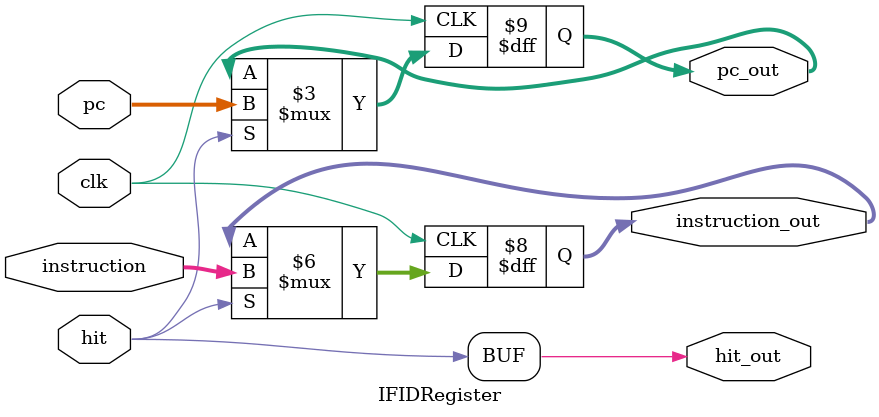
<source format=v>
`timescale 1ns / 1ps
module IFIDRegister(clk, pc, instruction, hit, instruction_out, pc_out, hit_out
    );
	 input clk;
	 input [63:0] pc;
	 input [31:0] instruction;
	 input hit;
	 
	 output reg [31:0] instruction_out;
	 output reg [63:0] pc_out;
	 output hit_out;
	 
	 always @ (negedge clk) begin 
		 if(hit) begin
			 instruction_out = instruction;
			 pc_out = pc;
		 end
	 end
	 
	 assign hit_out = hit;


endmodule

</source>
